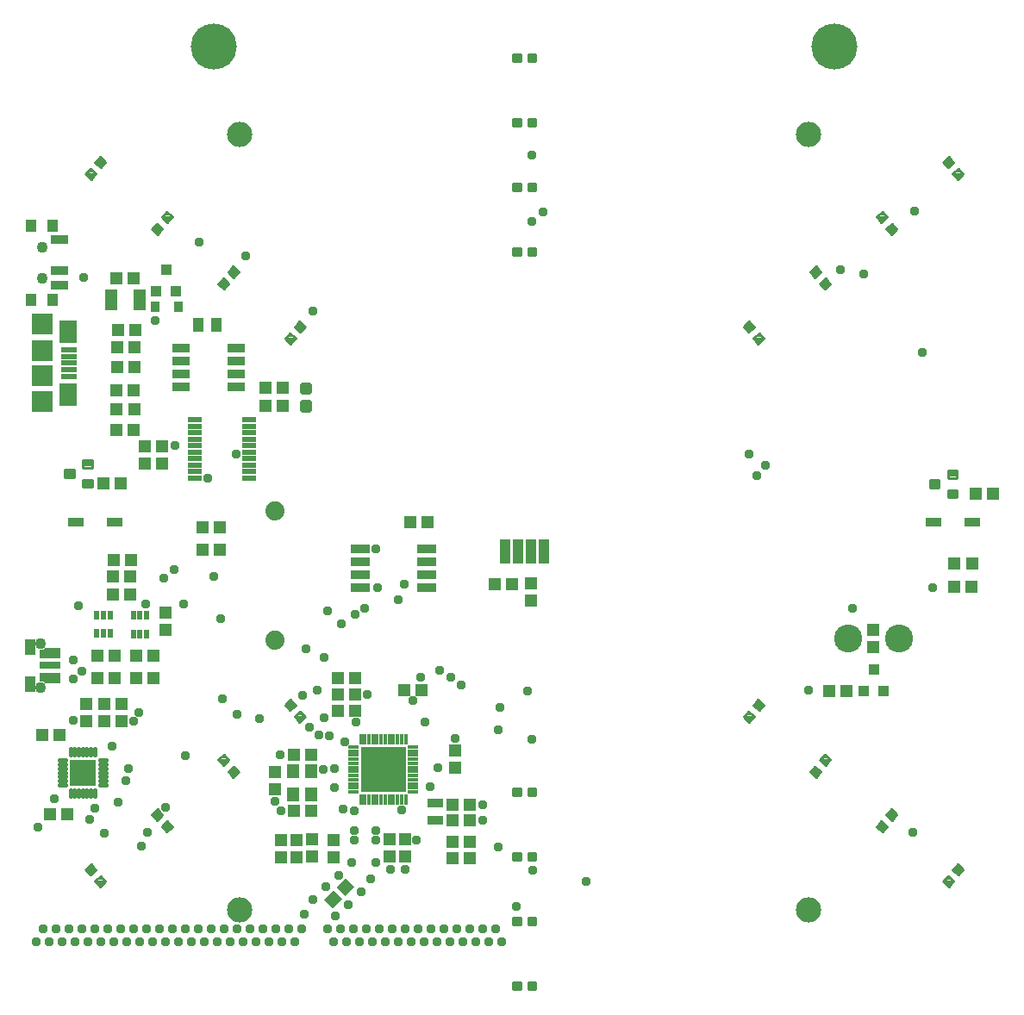
<source format=gbr>
G04 EAGLE Gerber RS-274X export*
G75*
%MOMM*%
%FSLAX34Y34*%
%LPD*%
%INSoldermask Top*%
%IPPOS*%
%AMOC8*
5,1,8,0,0,1.08239X$1,22.5*%
G01*
%ADD10C,2.489200*%
%ADD11C,4.521200*%
%ADD12C,0.280894*%
%ADD13R,1.303200X1.203200*%
%ADD14R,1.203200X1.303200*%
%ADD15R,1.346200X0.584200*%
%ADD16R,1.203200X2.003200*%
%ADD17R,1.303200X1.403200*%
%ADD18R,0.433200X1.003200*%
%ADD19R,1.003200X0.433200*%
%ADD20R,4.503200X4.503200*%
%ADD21R,0.503200X0.863200*%
%ADD22R,1.603200X0.903200*%
%ADD23R,1.003200X1.403200*%
%ADD24R,0.833200X1.033200*%
%ADD25R,1.003200X1.103200*%
%ADD26C,0.505344*%
%ADD27C,1.879600*%
%ADD28R,1.703200X0.903200*%
%ADD29R,1.003200X1.203200*%
%ADD30C,1.103200*%
%ADD31R,1.603200X0.553200*%
%ADD32R,2.103200X2.003200*%
%ADD33R,2.103200X2.103200*%
%ADD34R,1.803200X2.303200*%
%ADD35R,1.703200X0.853200*%
%ADD36R,1.905000X0.812800*%
%ADD37C,2.743200*%
%ADD38C,0.403200*%
%ADD39R,2.603200X2.603200*%
%ADD40R,1.117600X2.489200*%
%ADD41R,1.553200X0.953200*%
%ADD42R,2.003200X0.803200*%
%ADD43R,1.103200X1.503200*%
%ADD44C,0.959600*%

G36*
X52012Y349623D02*
X52012Y349623D01*
X52006Y349631D01*
X52014Y349636D01*
X52014Y359136D01*
X51978Y359184D01*
X51970Y359178D01*
X51965Y359186D01*
X31965Y359186D01*
X31917Y359150D01*
X31923Y359142D01*
X31915Y359136D01*
X31915Y351302D01*
X31951Y351255D01*
X31962Y351263D01*
X31971Y351254D01*
X32142Y351276D01*
X32486Y351307D01*
X32831Y351321D01*
X33177Y351318D01*
X33349Y351310D01*
X33440Y351301D01*
X33630Y351279D01*
X33817Y351252D01*
X34005Y351220D01*
X34098Y351203D01*
X34190Y351185D01*
X34370Y351146D01*
X34551Y351102D01*
X34729Y351054D01*
X34817Y351029D01*
X35138Y350905D01*
X35763Y350606D01*
X36355Y350247D01*
X36907Y349829D01*
X37167Y349599D01*
X37179Y349598D01*
X37186Y349589D01*
X37194Y349595D01*
X37200Y349587D01*
X51965Y349587D01*
X52012Y349623D01*
G37*
G36*
X52012Y374123D02*
X52012Y374123D01*
X52006Y374131D01*
X52014Y374136D01*
X52014Y383636D01*
X51978Y383684D01*
X51970Y383678D01*
X51965Y383686D01*
X37200Y383686D01*
X37180Y383671D01*
X37167Y383673D01*
X36907Y383444D01*
X36355Y383026D01*
X35763Y382666D01*
X35138Y382368D01*
X34816Y382244D01*
X34729Y382219D01*
X34551Y382171D01*
X34370Y382127D01*
X34189Y382088D01*
X34098Y382070D01*
X34005Y382053D01*
X33817Y382021D01*
X33630Y381994D01*
X33440Y381971D01*
X33349Y381962D01*
X33177Y381955D01*
X32831Y381952D01*
X32486Y381966D01*
X32142Y381997D01*
X31971Y382019D01*
X31966Y382016D01*
X31965Y382016D01*
X31961Y382013D01*
X31919Y381990D01*
X31922Y381984D01*
X31917Y381980D01*
X31921Y381975D01*
X31915Y381970D01*
X31915Y374136D01*
X31951Y374089D01*
X31959Y374095D01*
X31965Y374087D01*
X51965Y374087D01*
X52012Y374123D01*
G37*
D10*
X228600Y889000D03*
X787400Y888225D03*
X787400Y127000D03*
X228600Y127000D03*
D11*
X203200Y974725D03*
X812800Y974725D03*
D12*
X272822Y328399D02*
X277417Y322826D01*
X272822Y328399D02*
X278395Y332994D01*
X282990Y327421D01*
X277417Y322826D01*
X275216Y325495D02*
X280654Y325495D01*
X282377Y328164D02*
X273016Y328164D01*
X275774Y330833D02*
X280177Y330833D01*
X282363Y316825D02*
X286958Y311252D01*
X282363Y316825D02*
X287936Y321420D01*
X292531Y315847D01*
X286958Y311252D01*
X284757Y313921D02*
X290195Y313921D01*
X291918Y316590D02*
X282557Y316590D01*
X285315Y319259D02*
X289718Y319259D01*
X222633Y267521D02*
X227228Y261948D01*
X221655Y257353D01*
X217060Y262926D01*
X222633Y267521D01*
X224892Y260022D02*
X219454Y260022D01*
X217254Y262691D02*
X226615Y262691D01*
X224415Y265360D02*
X220012Y265360D01*
X217687Y273522D02*
X213092Y279095D01*
X217687Y273522D02*
X212114Y268927D01*
X207519Y274500D01*
X213092Y279095D01*
X215351Y271596D02*
X209913Y271596D01*
X207713Y274265D02*
X217074Y274265D01*
X214874Y276934D02*
X210471Y276934D01*
X157329Y213647D02*
X161924Y208074D01*
X156351Y203479D01*
X151756Y209052D01*
X157329Y213647D01*
X159588Y206148D02*
X154150Y206148D01*
X151950Y208817D02*
X161311Y208817D01*
X159111Y211486D02*
X154708Y211486D01*
X152383Y219649D02*
X147788Y225222D01*
X152383Y219649D02*
X146810Y215054D01*
X142215Y220627D01*
X147788Y225222D01*
X150047Y217723D02*
X144609Y217723D01*
X142409Y220392D02*
X151770Y220392D01*
X149570Y223061D02*
X145167Y223061D01*
X76886Y166753D02*
X81481Y161180D01*
X76886Y166753D02*
X82459Y171348D01*
X87054Y165775D01*
X81481Y161180D01*
X79280Y163849D02*
X84718Y163849D01*
X86441Y166518D02*
X77080Y166518D01*
X79838Y169187D02*
X84241Y169187D01*
X86428Y155179D02*
X91023Y149606D01*
X86428Y155179D02*
X92001Y159774D01*
X96596Y154201D01*
X91023Y149606D01*
X88822Y152275D02*
X94260Y152275D01*
X95983Y154944D02*
X86622Y154944D01*
X89380Y157613D02*
X93783Y157613D01*
X496888Y238958D02*
X504112Y238958D01*
X496888Y238958D02*
X496888Y246182D01*
X504112Y246182D01*
X504112Y238958D01*
X504112Y241627D02*
X496888Y241627D01*
X496888Y244296D02*
X504112Y244296D01*
X511888Y238958D02*
X519112Y238958D01*
X511888Y238958D02*
X511888Y246182D01*
X519112Y246182D01*
X519112Y238958D01*
X519112Y241627D02*
X511888Y241627D01*
X511888Y244296D02*
X519112Y244296D01*
X504112Y175458D02*
X496888Y175458D01*
X496888Y182682D01*
X504112Y182682D01*
X504112Y175458D01*
X504112Y178127D02*
X496888Y178127D01*
X496888Y180796D02*
X504112Y180796D01*
X511888Y175458D02*
X519112Y175458D01*
X511888Y175458D02*
X511888Y182682D01*
X519112Y182682D01*
X519112Y175458D01*
X519112Y178127D02*
X511888Y178127D01*
X511888Y180796D02*
X519112Y180796D01*
X519112Y119182D02*
X511888Y119182D01*
X519112Y119182D02*
X519112Y111958D01*
X511888Y111958D01*
X511888Y119182D01*
X511888Y114627D02*
X519112Y114627D01*
X519112Y117296D02*
X511888Y117296D01*
X504112Y119182D02*
X496888Y119182D01*
X504112Y119182D02*
X504112Y111958D01*
X496888Y111958D01*
X496888Y119182D01*
X496888Y114627D02*
X504112Y114627D01*
X504112Y117296D02*
X496888Y117296D01*
X496888Y48458D02*
X504112Y48458D01*
X496888Y48458D02*
X496888Y55682D01*
X504112Y55682D01*
X504112Y48458D01*
X504112Y51127D02*
X496888Y51127D01*
X496888Y53796D02*
X504112Y53796D01*
X511888Y48458D02*
X519112Y48458D01*
X511888Y48458D02*
X511888Y55682D01*
X519112Y55682D01*
X519112Y48458D01*
X519112Y51127D02*
X511888Y51127D01*
X511888Y53796D02*
X519112Y53796D01*
X733010Y327421D02*
X737605Y332994D01*
X743178Y328399D01*
X738583Y322826D01*
X733010Y327421D01*
X735346Y325495D02*
X740784Y325495D01*
X742984Y328164D02*
X733623Y328164D01*
X735823Y330833D02*
X740226Y330833D01*
X728064Y321420D02*
X723469Y315847D01*
X728064Y321420D02*
X733637Y316825D01*
X729042Y311252D01*
X723469Y315847D01*
X725805Y313921D02*
X731243Y313921D01*
X733443Y316590D02*
X724082Y316590D01*
X726282Y319259D02*
X730685Y319259D01*
X798339Y273522D02*
X802934Y279095D01*
X808507Y274500D01*
X803912Y268927D01*
X798339Y273522D01*
X800675Y271596D02*
X806113Y271596D01*
X808313Y274265D02*
X798952Y274265D01*
X801152Y276934D02*
X805555Y276934D01*
X793393Y267521D02*
X788798Y261948D01*
X793393Y267521D02*
X798966Y262926D01*
X794371Y257353D01*
X788798Y261948D01*
X791134Y260022D02*
X796572Y260022D01*
X798772Y262691D02*
X789411Y262691D01*
X791611Y265360D02*
X796014Y265360D01*
X864269Y209052D02*
X859674Y203479D01*
X854101Y208074D01*
X858696Y213647D01*
X864269Y209052D01*
X861875Y206148D02*
X856437Y206148D01*
X854714Y208817D02*
X864075Y208817D01*
X861317Y211486D02*
X856914Y211486D01*
X869215Y215054D02*
X873810Y220627D01*
X869215Y215054D02*
X863642Y219649D01*
X868237Y225222D01*
X873810Y220627D01*
X871416Y217723D02*
X865978Y217723D01*
X864255Y220392D02*
X873616Y220392D01*
X870858Y223061D02*
X866455Y223061D01*
X933541Y171348D02*
X928946Y165775D01*
X933541Y171348D02*
X939114Y166753D01*
X934519Y161180D01*
X928946Y165775D01*
X931282Y163849D02*
X936720Y163849D01*
X938920Y166518D02*
X929559Y166518D01*
X931759Y169187D02*
X936162Y169187D01*
X923999Y159774D02*
X919404Y154201D01*
X923999Y159774D02*
X929572Y155179D01*
X924977Y149606D01*
X919404Y154201D01*
X921740Y152275D02*
X927178Y152275D01*
X929378Y154944D02*
X920017Y154944D01*
X922217Y157613D02*
X926620Y157613D01*
X743178Y687601D02*
X738583Y693174D01*
X743178Y687601D02*
X737605Y683006D01*
X733010Y688579D01*
X738583Y693174D01*
X740842Y685675D02*
X735404Y685675D01*
X733204Y688344D02*
X742565Y688344D01*
X740365Y691013D02*
X735962Y691013D01*
X733637Y699175D02*
X729042Y704748D01*
X733637Y699175D02*
X728064Y694580D01*
X723469Y700153D01*
X729042Y704748D01*
X731301Y697249D02*
X725863Y697249D01*
X723663Y699918D02*
X733024Y699918D01*
X730824Y702587D02*
X726421Y702587D01*
X788798Y754027D02*
X793393Y748454D01*
X788798Y754027D02*
X794371Y758622D01*
X798966Y753049D01*
X793393Y748454D01*
X791192Y751123D02*
X796630Y751123D01*
X798353Y753792D02*
X788992Y753792D01*
X791750Y756461D02*
X796153Y756461D01*
X798339Y742452D02*
X802934Y736879D01*
X798339Y742452D02*
X803912Y747047D01*
X808507Y741474D01*
X802934Y736879D01*
X800733Y739548D02*
X806171Y739548D01*
X807894Y742217D02*
X798533Y742217D01*
X801291Y744886D02*
X805694Y744886D01*
X858696Y802327D02*
X854101Y807900D01*
X859674Y812495D01*
X864269Y806922D01*
X858696Y802327D01*
X856495Y804996D02*
X861933Y804996D01*
X863656Y807665D02*
X854295Y807665D01*
X857053Y810334D02*
X861456Y810334D01*
X863642Y796326D02*
X868237Y790753D01*
X863642Y796326D02*
X869215Y800921D01*
X873810Y795348D01*
X868237Y790753D01*
X866036Y793422D02*
X871474Y793422D01*
X873197Y796091D02*
X863836Y796091D01*
X866594Y798760D02*
X870997Y798760D01*
X934519Y854820D02*
X939114Y849247D01*
X933541Y844652D01*
X928946Y850225D01*
X934519Y854820D01*
X936778Y847321D02*
X931340Y847321D01*
X929140Y849990D02*
X938501Y849990D01*
X936301Y852659D02*
X931898Y852659D01*
X929572Y860821D02*
X924977Y866394D01*
X929572Y860821D02*
X923999Y856226D01*
X919404Y861799D01*
X924977Y866394D01*
X927236Y858895D02*
X921798Y858895D01*
X919598Y861564D02*
X928959Y861564D01*
X926759Y864233D02*
X922356Y864233D01*
X504112Y833318D02*
X496888Y833318D01*
X496888Y840542D01*
X504112Y840542D01*
X504112Y833318D01*
X504112Y835987D02*
X496888Y835987D01*
X496888Y838656D02*
X504112Y838656D01*
X511888Y833318D02*
X519112Y833318D01*
X511888Y833318D02*
X511888Y840542D01*
X519112Y840542D01*
X519112Y833318D01*
X519112Y835987D02*
X511888Y835987D01*
X511888Y838656D02*
X519112Y838656D01*
X504112Y769818D02*
X496888Y769818D01*
X496888Y777042D01*
X504112Y777042D01*
X504112Y769818D01*
X504112Y772487D02*
X496888Y772487D01*
X496888Y775156D02*
X504112Y775156D01*
X511888Y769818D02*
X519112Y769818D01*
X511888Y769818D02*
X511888Y777042D01*
X519112Y777042D01*
X519112Y769818D01*
X519112Y772487D02*
X511888Y772487D01*
X511888Y775156D02*
X519112Y775156D01*
X504112Y896818D02*
X496888Y896818D01*
X496888Y904042D01*
X504112Y904042D01*
X504112Y896818D01*
X504112Y899487D02*
X496888Y899487D01*
X496888Y902156D02*
X504112Y902156D01*
X511888Y896818D02*
X519112Y896818D01*
X511888Y896818D02*
X511888Y904042D01*
X519112Y904042D01*
X519112Y896818D01*
X519112Y899487D02*
X511888Y899487D01*
X511888Y902156D02*
X519112Y902156D01*
X504112Y960318D02*
X496888Y960318D01*
X496888Y967542D01*
X504112Y967542D01*
X504112Y960318D01*
X504112Y962987D02*
X496888Y962987D01*
X496888Y965656D02*
X504112Y965656D01*
X511888Y960318D02*
X519112Y960318D01*
X511888Y960318D02*
X511888Y967542D01*
X519112Y967542D01*
X519112Y960318D01*
X519112Y962987D02*
X511888Y962987D01*
X511888Y965656D02*
X519112Y965656D01*
X282990Y688579D02*
X278395Y683006D01*
X272822Y687601D01*
X277417Y693174D01*
X282990Y688579D01*
X280596Y685675D02*
X275158Y685675D01*
X273435Y688344D02*
X282796Y688344D01*
X280038Y691013D02*
X275635Y691013D01*
X287936Y694580D02*
X292531Y700153D01*
X287936Y694580D02*
X282363Y699175D01*
X286958Y704748D01*
X292531Y700153D01*
X290137Y697249D02*
X284699Y697249D01*
X282976Y699918D02*
X292337Y699918D01*
X289579Y702587D02*
X285176Y702587D01*
X217687Y742452D02*
X213092Y736879D01*
X207519Y741474D01*
X212114Y747047D01*
X217687Y742452D01*
X215293Y739548D02*
X209855Y739548D01*
X208132Y742217D02*
X217493Y742217D01*
X214735Y744886D02*
X210332Y744886D01*
X222633Y748454D02*
X227228Y754027D01*
X222633Y748454D02*
X217060Y753049D01*
X221655Y758622D01*
X227228Y754027D01*
X224834Y751123D02*
X219396Y751123D01*
X217673Y753792D02*
X227034Y753792D01*
X224276Y756461D02*
X219873Y756461D01*
X152383Y796326D02*
X147788Y790753D01*
X142215Y795348D01*
X146810Y800921D01*
X152383Y796326D01*
X149989Y793422D02*
X144551Y793422D01*
X142828Y796091D02*
X152189Y796091D01*
X149431Y798760D02*
X145028Y798760D01*
X157329Y802327D02*
X161924Y807900D01*
X157329Y802327D02*
X151756Y806922D01*
X156351Y812495D01*
X161924Y807900D01*
X159530Y804996D02*
X154092Y804996D01*
X152369Y807665D02*
X161730Y807665D01*
X158972Y810334D02*
X154569Y810334D01*
X87054Y850225D02*
X82459Y844652D01*
X76886Y849247D01*
X81481Y854820D01*
X87054Y850225D01*
X84660Y847321D02*
X79222Y847321D01*
X77499Y849990D02*
X86860Y849990D01*
X84102Y852659D02*
X79699Y852659D01*
X92001Y856226D02*
X96596Y861799D01*
X92001Y856226D02*
X86428Y860821D01*
X91023Y866394D01*
X96596Y861799D01*
X94202Y858895D02*
X88764Y858895D01*
X87041Y861564D02*
X96402Y861564D01*
X93644Y864233D02*
X89241Y864233D01*
D13*
X108700Y696800D03*
X125700Y696800D03*
D14*
X135025Y581775D03*
X135025Y564775D03*
D15*
X184103Y576225D03*
X184103Y582575D03*
X184103Y588925D03*
X184103Y595275D03*
X184103Y601625D03*
X184103Y607975D03*
X184103Y569875D03*
X184103Y563525D03*
X184103Y557175D03*
X184103Y550825D03*
X237697Y582575D03*
X237697Y576225D03*
X237697Y569875D03*
X237697Y563525D03*
X237697Y557175D03*
X237697Y550825D03*
X237697Y588925D03*
X237697Y595275D03*
X237697Y601625D03*
X237697Y607975D03*
D13*
X108400Y659800D03*
X125400Y659800D03*
X107400Y637200D03*
X124400Y637200D03*
X107700Y618100D03*
X124700Y618100D03*
X108100Y679100D03*
X125100Y679100D03*
X124428Y598466D03*
X107428Y598466D03*
D16*
X102400Y726100D03*
X130400Y726100D03*
D17*
X280835Y263292D03*
X298335Y239792D03*
X280835Y239792D03*
X298335Y263292D03*
D13*
X281306Y223714D03*
X298306Y223714D03*
D14*
X263020Y245115D03*
X263020Y262115D03*
D13*
X454588Y177800D03*
X437588Y177800D03*
X437588Y193675D03*
X454588Y193675D03*
D14*
X269237Y195319D03*
X269237Y178319D03*
X299884Y195676D03*
X299884Y178676D03*
D13*
G36*
X323646Y148899D02*
X332860Y158113D01*
X341368Y149605D01*
X332154Y140391D01*
X323646Y148899D01*
G37*
G36*
X311625Y136878D02*
X320839Y146092D01*
X329347Y137584D01*
X320133Y128370D01*
X311625Y136878D01*
G37*
X298313Y279063D03*
X281313Y279063D03*
D14*
X320863Y195525D03*
X320863Y178525D03*
X390944Y195730D03*
X390944Y178730D03*
X375603Y195667D03*
X375603Y178667D03*
D13*
X324875Y322263D03*
X341875Y322263D03*
X390333Y342749D03*
X407333Y342749D03*
D14*
X439738Y266138D03*
X439738Y283138D03*
D18*
X347347Y235063D03*
X351347Y235063D03*
X355347Y235063D03*
X359347Y235063D03*
X363347Y235063D03*
X367347Y235063D03*
X371347Y235063D03*
X375347Y235063D03*
X379347Y235063D03*
X383347Y235063D03*
X387347Y235063D03*
X391347Y235063D03*
D19*
X398847Y242563D03*
X398847Y246563D03*
X398847Y250563D03*
X398847Y254563D03*
X398847Y258563D03*
X398847Y262563D03*
X398847Y266563D03*
X398847Y270563D03*
X398847Y274563D03*
X398847Y278563D03*
X398847Y282563D03*
X398847Y286563D03*
D18*
X391347Y294063D03*
X387347Y294063D03*
X383347Y294063D03*
X379347Y294063D03*
X375347Y294063D03*
X371347Y294063D03*
X367347Y294063D03*
X363347Y294063D03*
X359347Y294063D03*
X355347Y294063D03*
X351347Y294063D03*
X347347Y294063D03*
D19*
X339847Y286563D03*
X339847Y282563D03*
X339847Y278563D03*
X339847Y274563D03*
X339847Y270563D03*
X339847Y266563D03*
X339847Y262563D03*
X339847Y258563D03*
X339847Y254563D03*
X339847Y250563D03*
X339847Y246563D03*
X339847Y242563D03*
D20*
X369347Y264563D03*
D14*
X284296Y178399D03*
X284296Y195399D03*
D13*
X191950Y480132D03*
X208950Y480132D03*
D14*
X155385Y418817D03*
X155385Y401817D03*
D21*
X137045Y415857D03*
X130545Y397457D03*
X124045Y397457D03*
X137045Y397457D03*
X130545Y415857D03*
X124045Y415857D03*
D13*
X88338Y354013D03*
X105338Y354013D03*
D22*
X420130Y214615D03*
X420130Y231615D03*
D13*
X454588Y214313D03*
X437588Y214313D03*
X454588Y230188D03*
X437588Y230188D03*
D23*
X187800Y701600D03*
X205800Y701600D03*
D13*
X253438Y639763D03*
X270438Y639763D03*
D24*
X168600Y719100D03*
X145600Y719100D03*
D13*
X107600Y747600D03*
X124600Y747600D03*
D25*
X146500Y734300D03*
X165500Y734300D03*
X156000Y755300D03*
D26*
X290198Y635518D02*
X297178Y635518D01*
X290198Y635518D02*
X290198Y642498D01*
X297178Y642498D01*
X297178Y635518D01*
X297178Y640318D02*
X290198Y640318D01*
X290198Y617978D02*
X297178Y617978D01*
X290198Y617978D02*
X290198Y624958D01*
X297178Y624958D01*
X297178Y617978D01*
X297178Y622778D02*
X290198Y622778D01*
D13*
X253438Y622300D03*
X270438Y622300D03*
X341875Y354013D03*
X324875Y354013D03*
X341875Y338138D03*
X324875Y338138D03*
D14*
X151738Y581775D03*
X151738Y564775D03*
D27*
X263200Y518700D03*
X263200Y391700D03*
D13*
X126438Y354013D03*
X143438Y354013D03*
X143438Y376238D03*
X126438Y376238D03*
X121213Y436563D03*
X104213Y436563D03*
D21*
X100995Y416358D03*
X94495Y397958D03*
X87995Y397958D03*
X100995Y397958D03*
X94495Y416358D03*
X87995Y416358D03*
D13*
X105338Y376238D03*
X88338Y376238D03*
D28*
X51600Y785000D03*
X51600Y755000D03*
X51600Y740000D03*
D29*
X44600Y799000D03*
X23600Y799000D03*
X44600Y726000D03*
X23600Y726000D03*
D30*
X34100Y777500D03*
X34100Y747500D03*
D31*
X60900Y676900D03*
X60900Y650900D03*
X60900Y670400D03*
X60900Y663900D03*
X60900Y657400D03*
D32*
X34400Y701900D03*
X34400Y625900D03*
D33*
X34400Y675900D03*
X34400Y651900D03*
D34*
X59800Y694900D03*
X59800Y632900D03*
D35*
X224700Y640470D03*
X224700Y653170D03*
X224700Y665870D03*
X224700Y678570D03*
X170700Y678570D03*
X170700Y665870D03*
X170700Y653170D03*
X170700Y640470D03*
D36*
X347006Y481529D03*
X347006Y468829D03*
X347006Y456129D03*
X347006Y443429D03*
X412030Y443429D03*
X412030Y456129D03*
X412030Y468829D03*
X412030Y481529D03*
D13*
X413313Y508000D03*
X396313Y508000D03*
D14*
X77788Y312175D03*
X77788Y329175D03*
D13*
X59300Y220980D03*
X42300Y220980D03*
D14*
X95250Y312175D03*
X95250Y329175D03*
X112078Y311858D03*
X112078Y328858D03*
D25*
X841600Y341800D03*
X860600Y341800D03*
X851100Y362800D03*
D13*
X824100Y341800D03*
X807100Y341800D03*
D14*
X850938Y402052D03*
X850938Y385052D03*
D37*
X875900Y393700D03*
X825900Y393700D03*
D38*
X86003Y284620D02*
X86003Y278620D01*
X82003Y278620D02*
X82003Y284620D01*
X78003Y284620D02*
X78003Y278620D01*
X74003Y278620D02*
X74003Y284620D01*
X70003Y284620D02*
X70003Y278620D01*
X66003Y278620D02*
X66003Y284620D01*
X62003Y284620D02*
X62003Y278620D01*
X57003Y273620D02*
X51003Y273620D01*
X51003Y269620D02*
X57003Y269620D01*
X57003Y265620D02*
X51003Y265620D01*
X51003Y261620D02*
X57003Y261620D01*
X57003Y257620D02*
X51003Y257620D01*
X51003Y253620D02*
X57003Y253620D01*
X57003Y249620D02*
X51003Y249620D01*
X62003Y244620D02*
X62003Y238620D01*
X66003Y238620D02*
X66003Y244620D01*
X70003Y244620D02*
X70003Y238620D01*
X74003Y238620D02*
X74003Y244620D01*
X78003Y244620D02*
X78003Y238620D01*
X82003Y238620D02*
X82003Y244620D01*
X86003Y244620D02*
X86003Y238620D01*
X91003Y249620D02*
X97003Y249620D01*
X97003Y253620D02*
X91003Y253620D01*
X91003Y257620D02*
X97003Y257620D01*
X97003Y261620D02*
X91003Y261620D01*
X91003Y265620D02*
X97003Y265620D01*
X97003Y269620D02*
X91003Y269620D01*
X91003Y273620D02*
X97003Y273620D01*
D39*
X74003Y261620D03*
D13*
X51363Y298450D03*
X34363Y298450D03*
D40*
X488950Y478790D03*
X501650Y478790D03*
X514350Y478790D03*
X527050Y478790D03*
D41*
X67702Y508000D03*
X105702Y508000D03*
X910298Y508000D03*
X948298Y508000D03*
D13*
X191817Y502336D03*
X208817Y502336D03*
D14*
X514325Y447500D03*
X514325Y430500D03*
D13*
X121213Y454025D03*
X104213Y454025D03*
X930323Y444148D03*
X947323Y444148D03*
D42*
X41965Y366636D03*
D43*
X22465Y348136D03*
D30*
X32965Y345386D03*
D43*
X22465Y385136D03*
D30*
X32965Y387886D03*
D13*
X479180Y446227D03*
X496180Y446227D03*
D12*
X923998Y551108D02*
X923998Y558332D01*
X932942Y558332D01*
X932942Y551108D01*
X923998Y551108D01*
X923998Y553777D02*
X932942Y553777D01*
X932942Y556446D02*
X923998Y556446D01*
X923998Y539332D02*
X923998Y532108D01*
X923998Y539332D02*
X932942Y539332D01*
X932942Y532108D01*
X923998Y532108D01*
X923998Y534777D02*
X932942Y534777D01*
X932942Y537446D02*
X923998Y537446D01*
X906298Y541608D02*
X906298Y548832D01*
X915242Y548832D01*
X915242Y541608D01*
X906298Y541608D01*
X906298Y544277D02*
X915242Y544277D01*
X915242Y546946D02*
X906298Y546946D01*
X74578Y561248D02*
X74578Y568472D01*
X83522Y568472D01*
X83522Y561248D01*
X74578Y561248D01*
X74578Y563917D02*
X83522Y563917D01*
X83522Y566586D02*
X74578Y566586D01*
X74578Y549472D02*
X74578Y542248D01*
X74578Y549472D02*
X83522Y549472D01*
X83522Y542248D01*
X74578Y542248D01*
X74578Y544917D02*
X83522Y544917D01*
X83522Y547586D02*
X74578Y547586D01*
X56878Y551748D02*
X56878Y558972D01*
X65822Y558972D01*
X65822Y551748D01*
X56878Y551748D01*
X56878Y554417D02*
X65822Y554417D01*
X65822Y557086D02*
X56878Y557086D01*
D13*
X930620Y467220D03*
X947620Y467220D03*
X951680Y535860D03*
X968680Y535860D03*
X94460Y546000D03*
X111460Y546000D03*
X121600Y470340D03*
X104600Y470340D03*
D44*
X354025Y277889D03*
X67158Y255067D03*
X67742Y267856D03*
X80874Y267830D03*
X80048Y255206D03*
X369037Y277774D03*
X385128Y278016D03*
X353720Y260236D03*
X384708Y261938D03*
X369214Y260922D03*
X353733Y249707D03*
X369303Y249403D03*
X384975Y249212D03*
X263474Y233261D03*
X268745Y224244D03*
X65088Y372428D03*
X65088Y353695D03*
X46660Y235522D03*
X310274Y264224D03*
X28575Y95250D03*
X41275Y95250D03*
X53975Y95250D03*
X66675Y95250D03*
X79375Y95250D03*
X92075Y95250D03*
X104775Y95250D03*
X117475Y95250D03*
X130175Y95250D03*
X142875Y95250D03*
X155575Y95250D03*
X168275Y95250D03*
X180975Y95250D03*
X193675Y95250D03*
X34925Y107950D03*
X47625Y107950D03*
X60325Y107950D03*
X73025Y107950D03*
X85725Y107950D03*
X98425Y107950D03*
X111125Y107950D03*
X123825Y107950D03*
X136525Y107950D03*
X149225Y107950D03*
X161925Y107950D03*
X174625Y107950D03*
X187325Y107950D03*
X200025Y107950D03*
X206375Y95250D03*
X219075Y95250D03*
X231775Y95250D03*
X244475Y95250D03*
X257175Y95250D03*
X269875Y95250D03*
X282575Y95250D03*
X320675Y95250D03*
X333375Y95250D03*
X346075Y95250D03*
X358775Y95250D03*
X371475Y95250D03*
X346075Y95250D03*
X358775Y95250D03*
X371475Y95250D03*
X384175Y95250D03*
X396875Y95250D03*
X409575Y95250D03*
X422275Y95250D03*
X434975Y95250D03*
X447675Y95250D03*
X460375Y95250D03*
X473075Y95250D03*
X485775Y95250D03*
X212725Y107950D03*
X225425Y107950D03*
X238125Y107950D03*
X250825Y107950D03*
X263525Y107950D03*
X276225Y107950D03*
X288925Y107950D03*
X314325Y107950D03*
X327025Y107950D03*
X339725Y107950D03*
X352425Y107950D03*
X365125Y107950D03*
X377825Y107950D03*
X390525Y107950D03*
X403225Y107950D03*
X415925Y107950D03*
X428625Y107950D03*
X441325Y107950D03*
X454025Y107950D03*
X466725Y107950D03*
X479425Y107950D03*
X322263Y120650D03*
X292100Y122238D03*
X300038Y136525D03*
X312738Y149225D03*
X334963Y131763D03*
X347663Y144463D03*
X357188Y157163D03*
X361950Y173038D03*
X325438Y160338D03*
X338138Y173038D03*
X361950Y204788D03*
X341313Y204788D03*
X342900Y311150D03*
X406400Y355600D03*
X225425Y319088D03*
X174625Y277813D03*
X95250Y201613D03*
X103188Y287338D03*
X341313Y223838D03*
X376238Y166688D03*
X390525Y166688D03*
X466725Y230188D03*
X466725Y214313D03*
X439738Y295275D03*
X268288Y279400D03*
X363538Y442913D03*
X361950Y195263D03*
X341313Y195263D03*
X306159Y298768D03*
X197301Y550514D03*
X296837Y306261D03*
X224815Y574421D03*
X387706Y224892D03*
X73685Y361315D03*
X425082Y362204D03*
X898538Y674230D03*
X745020Y563347D03*
X511175Y341313D03*
X445694Y347726D03*
X384239Y431267D03*
X328117Y407441D03*
X342151Y416700D03*
X389750Y446761D03*
X350838Y423332D03*
X361950Y481013D03*
X173406Y427533D03*
X136106Y427533D03*
X165100Y582575D03*
X145733Y706120D03*
X86246Y226733D03*
X119063Y265113D03*
X81178Y215900D03*
X116332Y253289D03*
X316497Y297383D03*
X129146Y320675D03*
X482600Y303213D03*
X435496Y355371D03*
X736346Y553695D03*
X841083Y751408D03*
X908914Y443357D03*
X210134Y413156D03*
X293827Y383083D03*
X398463Y332118D03*
X153988Y452438D03*
X787146Y342506D03*
X353279Y338138D03*
X65265Y313093D03*
X415603Y247388D03*
X74727Y748411D03*
X30480Y208280D03*
X299949Y714604D03*
X515341Y802919D03*
X311747Y315433D03*
X515715Y294409D03*
X526250Y812038D03*
X289911Y337658D03*
X516093Y165926D03*
X137776Y203200D03*
X818667Y755503D03*
X314325Y420688D03*
X234496Y769176D03*
X515214Y868350D03*
X891324Y813651D03*
X155575Y227013D03*
X889884Y202684D03*
X500500Y130175D03*
X188252Y782638D03*
X247650Y314325D03*
X482664Y188405D03*
X108836Y232512D03*
X131686Y189382D03*
X568909Y154788D03*
X311417Y374333D03*
X728998Y574185D03*
X830085Y423037D03*
X321634Y247104D03*
X321634Y265463D03*
X331534Y291744D03*
X423443Y266563D03*
X484188Y325438D03*
X123825Y311858D03*
X329986Y225640D03*
X401638Y195263D03*
X163800Y460980D03*
X203097Y454443D03*
X410280Y311220D03*
X304980Y342420D03*
X211380Y333840D03*
X70200Y425100D03*
M02*

</source>
